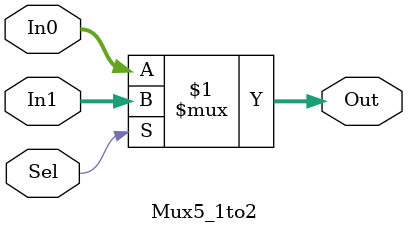
<source format=v>
module Mux5_1to2 (Sel,In0,In1,Out);

	input Sel;
	input[4:0] In0, In1;

	output[4:0] Out;
		wire[4:0] Out;

	assign Out = (Sel)?(In1):(In0);

endmodule

</source>
